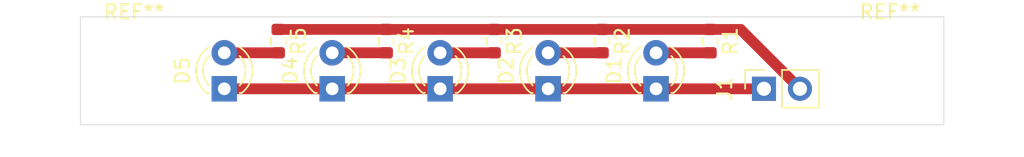
<source format=kicad_pcb>
(kicad_pcb (version 20241229) (generator "pcbnew") (generator_version "9.0")
  (layers (0 "F.Cu" signal) (2 "B.Cu" signal) (13 "F.Paste" user) (15 "B.Paste" user) (5 "F.SilkS" user "F.Silkscreen") (7 "B.SilkS" user "B.Silkscreen") (1 "F.Mask" user) (3 "B.Mask" user) (25 "Edge.Cuts" user))
  (net 0 "")
  (net 1 "Net-(D1-A)")
  (net 2 "GND")
  (net 3 "Net-(D2-A)")
  (net 4 "Net-(D3-A)")
  (net 5 "Net-(D4-A)")
  (net 6 "Net-(D5-A)")
  (net 7 "VCC")
  (footprint "Resistor_SMD:R_0603_1608Metric" (layer "F.Cu") (at 161.29 77.915 -90)
    (property "Reference" "R2" (at 0 -1.43 90) (layer "F.SilkS"))
    (property "Value" "100")
    (fp_line (start -0.237258 0.5225) (end 0.237258 0.5225) (stroke (width 0.12)) (layer "F.SilkS"))
    (fp_line (start -0.237258 -0.5225) (end 0.237258 -0.5225) (stroke (width 0.12)) (layer "F.SilkS"))
    (pad "1" smd roundrect (at -0.825 0 270) (size 0.8 0.95) (layers "F.Cu" "F.Mask" "F.Paste") (net 7 "VCC"))
    (pad "2" smd roundrect (at 0.825 0 270) (size 0.8 0.95) (layers "F.Cu" "F.Mask" "F.Paste") (net 3 "Net-(D2-A)"))
  )
  (footprint "LED_THT:LED_D3.0mm" (layer "F.Cu") (at 165.1 81.28 90)
    (property "Reference" "D1" (at 1.27 -2.96 90) (layer "F.SilkS"))
    (property "Value" "LED")
    (fp_line (start -0.29 -1.236) (end -0.29 -1.08) (stroke (width 0.12)) (layer "F.SilkS"))
    (fp_line (start -0.29 1.08) (end -0.29 1.236) (stroke (width 0.12)) (layer "F.SilkS"))
    (fp_arc (start -0.29 -1.235516) (mid 1.36566 -1.987699) (end 2.941437 -1.08) (stroke (width 0.12)) (layer "F.SilkS"))
    (fp_arc (start 0.229039 -1.08) (mid 1.27 -1.5) (end 2.310961 -1.08) (stroke (width 0.12)) (layer "F.SilkS"))
    (fp_arc (start 2.941437 1.08) (mid 1.36566 1.987699) (end -0.29 1.235516) (stroke (width 0.12)) (layer "F.SilkS"))
    (fp_arc (start 2.310961 1.08) (mid 1.27 1.5) (end 0.229039 1.08) (stroke (width 0.12)) (layer "F.SilkS"))
    (pad "1" thru_hole rect (at 0 0 90) (size 1.8 1.8) (drill 0.9) (layers "*.Cu" "*.Mask") (net 2 "GND"))
    (pad "2" thru_hole circle (at 2.54 0 90) (size 1.8 1.8) (drill 0.9) (layers "*.Cu" "*.Mask") (net 1 "Net-(D1-A)"))
  )
  (footprint "LED_THT:LED_D3.0mm" (layer "F.Cu") (at 142.24 81.28 90)
    (property "Reference" "D4" (at 1.27 -2.96 90) (layer "F.SilkS"))
    (property "Value" "LED")
    (fp_line (start -0.29 -1.236) (end -0.29 -1.08) (stroke (width 0.12)) (layer "F.SilkS"))
    (fp_line (start -0.29 1.08) (end -0.29 1.236) (stroke (width 0.12)) (layer "F.SilkS"))
    (fp_arc (start -0.29 -1.235516) (mid 1.36566 -1.987699) (end 2.941437 -1.08) (stroke (width 0.12)) (layer "F.SilkS"))
    (fp_arc (start 0.229039 -1.08) (mid 1.27 -1.5) (end 2.310961 -1.08) (stroke (width 0.12)) (layer "F.SilkS"))
    (fp_arc (start 2.941437 1.08) (mid 1.36566 1.987699) (end -0.29 1.235516) (stroke (width 0.12)) (layer "F.SilkS"))
    (fp_arc (start 2.310961 1.08) (mid 1.27 1.5) (end 0.229039 1.08) (stroke (width 0.12)) (layer "F.SilkS"))
    (pad "1" thru_hole rect (at 0 0 90) (size 1.8 1.8) (drill 0.9) (layers "*.Cu" "*.Mask") (net 2 "GND"))
    (pad "2" thru_hole circle (at 2.54 0 90) (size 1.8 1.8) (drill 0.9) (layers "*.Cu" "*.Mask") (net 5 "Net-(D4-A)"))
  )
  (footprint "Connector_PinSocket_2.54mm:PinSocket_1x02_P2.54mm_Vertical" (layer "F.Cu") (at 172.72 81.28 90)
    (property "Reference" "J1" (at 0 -2.77 90) (layer "F.SilkS"))
    (property "Value" "PowerSocket")
    (fp_line (start 1.33 -1.33) (end 1.33 0) (stroke (width 0.12)) (layer "F.SilkS"))
    (fp_line (start 0 -1.33) (end 1.33 -1.33) (stroke (width 0.12)) (layer "F.SilkS"))
    (fp_line (start 1.33 1.27) (end 1.33 3.87) (stroke (width 0.12)) (layer "F.SilkS"))
    (fp_line (start -1.33 1.27) (end 1.33 1.27) (stroke (width 0.12)) (layer "F.SilkS"))
    (fp_line (start -1.33 1.27) (end -1.33 3.87) (stroke (width 0.12)) (layer "F.SilkS"))
    (fp_line (start -1.33 3.87) (end 1.33 3.87) (stroke (width 0.12)) (layer "F.SilkS"))
    (pad "1" thru_hole rect (at 0 0 90) (size 1.7 1.7) (drill 1) (layers "*.Cu" "*.Mask") (net 2 "GND"))
    (pad "2" thru_hole circle (at 0 2.54 90) (size 1.7 1.7) (drill 1) (layers "*.Cu" "*.Mask") (net 7 "VCC"))
  )
  (footprint "Resistor_SMD:R_0603_1608Metric" (layer "F.Cu") (at 146.05 77.915 -90)
    (property "Reference" "R4" (at 0 -1.43 90) (layer "F.SilkS"))
    (property "Value" "100")
    (fp_line (start -0.237258 0.5225) (end 0.237258 0.5225) (stroke (width 0.12)) (layer "F.SilkS"))
    (fp_line (start -0.237258 -0.5225) (end 0.237258 -0.5225) (stroke (width 0.12)) (layer "F.SilkS"))
    (pad "1" smd roundrect (at -0.825 0 270) (size 0.8 0.95) (layers "F.Cu" "F.Mask" "F.Paste") (net 7 "VCC"))
    (pad "2" smd roundrect (at 0.825 0 270) (size 0.8 0.95) (layers "F.Cu" "F.Mask" "F.Paste") (net 5 "Net-(D4-A)"))
  )
  (footprint "Resistor_SMD:R_0603_1608Metric" (layer "F.Cu") (at 153.67 77.915 -90)
    (property "Reference" "R3" (at 0 -1.43 90) (layer "F.SilkS"))
    (property "Value" "100")
    (fp_line (start -0.237258 0.5225) (end 0.237258 0.5225) (stroke (width 0.12)) (layer "F.SilkS"))
    (fp_line (start -0.237258 -0.5225) (end 0.237258 -0.5225) (stroke (width 0.12)) (layer "F.SilkS"))
    (pad "1" smd roundrect (at -0.825 0 270) (size 0.8 0.95) (layers "F.Cu" "F.Mask" "F.Paste") (net 7 "VCC"))
    (pad "2" smd roundrect (at 0.825 0 270) (size 0.8 0.95) (layers "F.Cu" "F.Mask" "F.Paste") (net 4 "Net-(D3-A)"))
  )
  (footprint "MountingHole:MountingHole_3.2mm_M3" (layer "F.Cu") (at 128.27 80.01)
    (property "Reference" "REF**" (at 0 -4.15 0) (layer "F.SilkS"))
    (property "Value" "MountingHole_3.2mm_M3")
    (pad "" np_thru_hole circle (at 0 0) (size 3.2 3.2) (drill 3.2) (layers "*.Cu" "*.Mask"))
  )
  (footprint "LED_THT:LED_D3.0mm" (layer "F.Cu") (at 134.62 81.28 90)
    (property "Reference" "D5" (at 1.27 -2.96 90) (layer "F.SilkS"))
    (property "Value" "LED")
    (fp_line (start -0.29 -1.236) (end -0.29 -1.08) (stroke (width 0.12)) (layer "F.SilkS"))
    (fp_line (start -0.29 1.08) (end -0.29 1.236) (stroke (width 0.12)) (layer "F.SilkS"))
    (fp_arc (start -0.29 -1.235516) (mid 1.36566 -1.987699) (end 2.941437 -1.08) (stroke (width 0.12)) (layer "F.SilkS"))
    (fp_arc (start 0.229039 -1.08) (mid 1.27 -1.5) (end 2.310961 -1.08) (stroke (width 0.12)) (layer "F.SilkS"))
    (fp_arc (start 2.941437 1.08) (mid 1.36566 1.987699) (end -0.29 1.235516) (stroke (width 0.12)) (layer "F.SilkS"))
    (fp_arc (start 2.310961 1.08) (mid 1.27 1.5) (end 0.229039 1.08) (stroke (width 0.12)) (layer "F.SilkS"))
    (pad "1" thru_hole rect (at 0 0 90) (size 1.8 1.8) (drill 0.9) (layers "*.Cu" "*.Mask") (net 2 "GND"))
    (pad "2" thru_hole circle (at 2.54 0 90) (size 1.8 1.8) (drill 0.9) (layers "*.Cu" "*.Mask") (net 6 "Net-(D5-A)"))
  )
  (footprint "LED_THT:LED_D3.0mm" (layer "F.Cu") (at 157.48 81.28 90)
    (property "Reference" "D2" (at 1.27 -2.96 90) (layer "F.SilkS"))
    (property "Value" "LED")
    (fp_line (start -0.29 -1.236) (end -0.29 -1.08) (stroke (width 0.12)) (layer "F.SilkS"))
    (fp_line (start -0.29 1.08) (end -0.29 1.236) (stroke (width 0.12)) (layer "F.SilkS"))
    (fp_arc (start -0.29 -1.235516) (mid 1.36566 -1.987699) (end 2.941437 -1.08) (stroke (width 0.12)) (layer "F.SilkS"))
    (fp_arc (start 0.229039 -1.08) (mid 1.27 -1.5) (end 2.310961 -1.08) (stroke (width 0.12)) (layer "F.SilkS"))
    (fp_arc (start 2.941437 1.08) (mid 1.36566 1.987699) (end -0.29 1.235516) (stroke (width 0.12)) (layer "F.SilkS"))
    (fp_arc (start 2.310961 1.08) (mid 1.27 1.5) (end 0.229039 1.08) (stroke (width 0.12)) (layer "F.SilkS"))
    (pad "1" thru_hole rect (at 0 0 90) (size 1.8 1.8) (drill 0.9) (layers "*.Cu" "*.Mask") (net 2 "GND"))
    (pad "2" thru_hole circle (at 2.54 0 90) (size 1.8 1.8) (drill 0.9) (layers "*.Cu" "*.Mask") (net 3 "Net-(D2-A)"))
  )
  (footprint "LED_THT:LED_D3.0mm" (layer "F.Cu") (at 149.86 81.28 90)
    (property "Reference" "D3" (at 1.27 -2.96 90) (layer "F.SilkS"))
    (property "Value" "LED")
    (fp_line (start -0.29 -1.236) (end -0.29 -1.08) (stroke (width 0.12)) (layer "F.SilkS"))
    (fp_line (start -0.29 1.08) (end -0.29 1.236) (stroke (width 0.12)) (layer "F.SilkS"))
    (fp_arc (start -0.29 -1.235516) (mid 1.36566 -1.987699) (end 2.941437 -1.08) (stroke (width 0.12)) (layer "F.SilkS"))
    (fp_arc (start 0.229039 -1.08) (mid 1.27 -1.5) (end 2.310961 -1.08) (stroke (width 0.12)) (layer "F.SilkS"))
    (fp_arc (start 2.941437 1.08) (mid 1.36566 1.987699) (end -0.29 1.235516) (stroke (width 0.12)) (layer "F.SilkS"))
    (fp_arc (start 2.310961 1.08) (mid 1.27 1.5) (end 0.229039 1.08) (stroke (width 0.12)) (layer "F.SilkS"))
    (pad "1" thru_hole rect (at 0 0 90) (size 1.8 1.8) (drill 0.9) (layers "*.Cu" "*.Mask") (net 2 "GND"))
    (pad "2" thru_hole circle (at 2.54 0 90) (size 1.8 1.8) (drill 0.9) (layers "*.Cu" "*.Mask") (net 4 "Net-(D3-A)"))
  )
  (footprint "Resistor_SMD:R_0603_1608Metric" (layer "F.Cu") (at 168.91 77.915 -90)
    (property "Reference" "R1" (at 0 -1.43 90) (layer "F.SilkS"))
    (property "Value" "100")
    (fp_line (start -0.237258 0.5225) (end 0.237258 0.5225) (stroke (width 0.12)) (layer "F.SilkS"))
    (fp_line (start -0.237258 -0.5225) (end 0.237258 -0.5225) (stroke (width 0.12)) (layer "F.SilkS"))
    (pad "1" smd roundrect (at -0.825 0 270) (size 0.8 0.95) (layers "F.Cu" "F.Mask" "F.Paste") (net 7 "VCC"))
    (pad "2" smd roundrect (at 0.825 0 270) (size 0.8 0.95) (layers "F.Cu" "F.Mask" "F.Paste") (net 1 "Net-(D1-A)"))
  )
  (footprint "MountingHole:MountingHole_3.2mm_M3" (layer "F.Cu") (at 181.61 80.01)
    (property "Reference" "REF**" (at 0 -4.15 0) (layer "F.SilkS"))
    (property "Value" "MountingHole_3.2mm_M3")
    (pad "" np_thru_hole circle (at 0 0) (size 3.2 3.2) (drill 3.2) (layers "*.Cu" "*.Mask"))
  )
  (footprint "Resistor_SMD:R_0603_1608Metric" (layer "F.Cu") (at 138.43 77.915 -90)
    (property "Reference" "R5" (at 0 -1.43 90) (layer "F.SilkS"))
    (property "Value" "100")
    (fp_line (start -0.237258 0.5225) (end 0.237258 0.5225) (stroke (width 0.12)) (layer "F.SilkS"))
    (fp_line (start -0.237258 -0.5225) (end 0.237258 -0.5225) (stroke (width 0.12)) (layer "F.SilkS"))
    (pad "1" smd roundrect (at -0.825 0 270) (size 0.8 0.95) (layers "F.Cu" "F.Mask" "F.Paste") (net 7 "VCC"))
    (pad "2" smd roundrect (at 0.825 0 270) (size 0.8 0.95) (layers "F.Cu" "F.Mask" "F.Paste") (net 6 "Net-(D5-A)"))
  )
  (gr_rect (start 124.46 76.2) (end 185.42 83.82) (stroke (width 0.05)) (fill no) (layer "Edge.Cuts"))
  (segment (start 165.1 78.74) (end 168.91 78.74) (width 0.762) (layer "F.Cu") (net 1))
  (segment (start 165.1 81.28) (end 172.72 81.28) (width 0.762) (layer "F.Cu") (net 2))
  (segment (start 134.62 81.28) (end 165.1 81.28) (width 0.762) (layer "F.Cu") (net 2))
  (segment (start 157.48 78.74) (end 161.29 78.74) (width 0.762) (layer "F.Cu") (net 3))
  (segment (start 153.67 78.74) (end 149.86 78.74) (width 0.762) (layer "F.Cu") (net 4))
  (segment (start 146.05 78.74) (end 142.24 78.74) (width 0.762) (layer "F.Cu") (net 5))
  (segment (start 138.43 78.74) (end 134.62 78.74) (width 0.762) (layer "F.Cu") (net 6))
  (segment (start 138.43 77.09) (end 171.07 77.09) (width 0.762) (layer "F.Cu") (net 7))
  (segment (start 171.07 77.09) (end 175.26 81.28) (width 0.762) (layer "F.Cu") (net 7))
)
</source>
